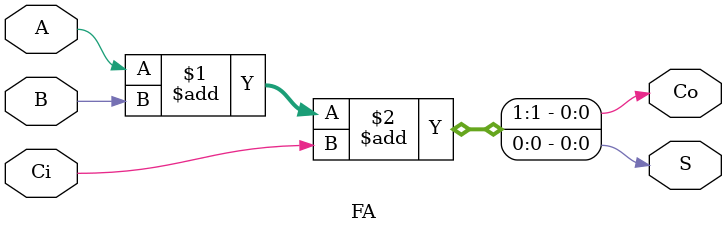
<source format=v>
module FA (A, B, Ci, Co, S);

input A , B, Ci ;
output Co , S ;

// ilklendirmeler
// ----------------
// assign A  = 1'b1;
// assign B  = 1'b1;
// assign Ci = 1'b0;

assign { Co , S } = A + B + Ci ;

endmodule
</source>
